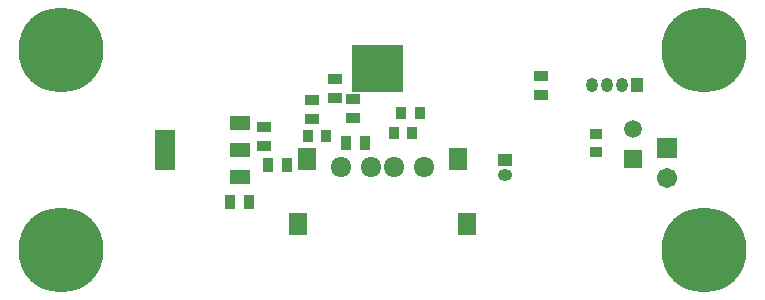
<source format=gbs>
G04*
G04 #@! TF.GenerationSoftware,Altium Limited,Altium Designer,19.0.11 (319)*
G04*
G04 Layer_Color=16711935*
%FSLAX25Y25*%
%MOIN*%
G70*
G01*
G75*
%ADD59R,0.03556X0.04343*%
%ADD75R,0.04343X0.03556*%
%ADD77R,0.04643X0.03800*%
%ADD78R,0.03800X0.04643*%
%ADD80O,0.06706X0.07099*%
%ADD81R,0.05918X0.07690*%
%ADD82R,0.04800X0.03950*%
%ADD83O,0.04800X0.03950*%
%ADD84O,0.03950X0.04800*%
%ADD85R,0.03950X0.04800*%
%ADD86C,0.06706*%
%ADD87R,0.06706X0.06706*%
%ADD88C,0.05918*%
%ADD89R,0.05918X0.05918*%
%ADD90C,0.28359*%
%ADD124R,0.06700X0.13700*%
%ADD125R,0.06700X0.04700*%
G36*
X112788Y84205D02*
X129921D01*
Y68504D01*
X112788D01*
X112788Y84205D01*
D02*
G37*
D59*
X132913Y54823D02*
D03*
X126732D02*
D03*
X98090Y53990D02*
D03*
X104272D02*
D03*
X135374Y61614D02*
D03*
X129193D02*
D03*
D75*
X193996Y48484D02*
D03*
Y54665D02*
D03*
D77*
X107268Y72777D02*
D03*
Y66396D02*
D03*
X99606Y59462D02*
D03*
Y65843D02*
D03*
X113252Y59802D02*
D03*
Y66183D02*
D03*
X83465Y56734D02*
D03*
Y50353D02*
D03*
X175984Y67395D02*
D03*
Y73777D02*
D03*
D78*
X117167Y51476D02*
D03*
X110786D02*
D03*
X78387Y31693D02*
D03*
X72006D02*
D03*
X91045Y44094D02*
D03*
X84664D02*
D03*
D80*
X109252Y43583D02*
D03*
X119095D02*
D03*
X126969D02*
D03*
X136811D02*
D03*
D81*
X97835Y46102D02*
D03*
X148228D02*
D03*
X151181Y24606D02*
D03*
X94882D02*
D03*
D82*
X163779Y45807D02*
D03*
D83*
Y40807D02*
D03*
D84*
X192894Y70866D02*
D03*
X197894D02*
D03*
X202894D02*
D03*
D85*
X207894D02*
D03*
D86*
X217717Y39882D02*
D03*
D87*
Y49882D02*
D03*
D88*
X206398Y56181D02*
D03*
D89*
Y46181D02*
D03*
D90*
X230315Y82677D02*
D03*
Y15748D02*
D03*
X15748Y82677D02*
D03*
Y15748D02*
D03*
D124*
X50592Y49075D02*
D03*
D125*
X75392D02*
D03*
Y58125D02*
D03*
Y40025D02*
D03*
M02*

</source>
